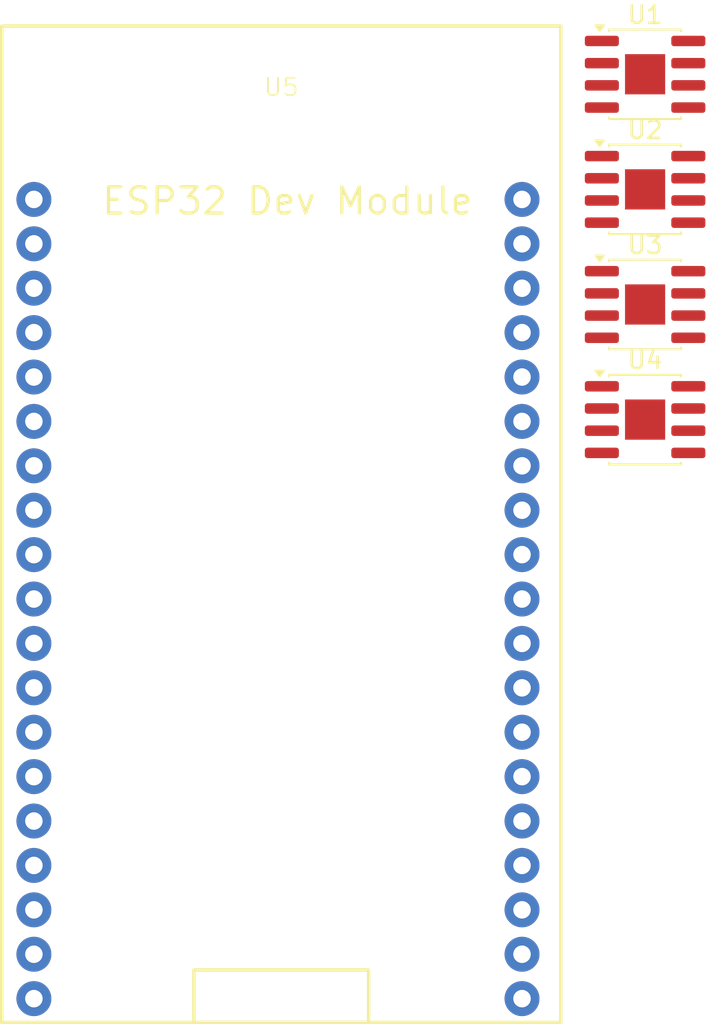
<source format=kicad_pcb>
(kicad_pcb (version 20241229) (generator "pcbnew") (generator_version "9.0")
  (layers (0 "F.Cu" signal) (2 "B.Cu" signal) (13 "F.Paste" user) (15 "B.Paste" user) (5 "F.SilkS" user "F.Silkscreen") (7 "B.SilkS" user "B.Silkscreen") (1 "F.Mask" user) (3 "B.Mask" user) (25 "Edge.Cuts" user))
  (net 0 "")
  (net 1 "Net-(U1-VREF)")
  (net 2 "Net-(J1-Pin_1)")
  (net 3 "Net-(U1-VM)")
  (net 4 "GND")
  (net 5 "INA1")
  (net 6 "Net-(J5-Pin_2)")
  (net 7 "INA2")
  (net 8 "Net-(J1-Pin_2)")
  (net 9 "INB2")
  (net 10 "Net-(J2-Pin_1)")
  (net 11 "INB1")
  (net 12 "Net-(J2-Pin_2)")
  (net 13 "INC2")
  (net 14 "INC1")
  (net 15 "Net-(J3-Pin_1)")
  (net 16 "Net-(J3-Pin_2)")
  (net 17 "IND2")
  (net 18 "Net-(J4-Pin_2)")
  (net 19 "Net-(J4-Pin_1)")
  (net 20 "IND1")
  (footprint "ESP32_devModule:ESP32_devModule" (layer "F.Cu") (at 124.56 93.012)
    (property "Reference" "U5" (at -0.08 -29.28 0) (layer "F.SilkS") (effects (font (thickness 0.1))))
    (property "Value" "~")
    (fp_poly (pts (xy -16.08 -32.78) (xy -16.08 24.22) (xy 15.92 24.22) (xy 15.92 -32.78)) (stroke (width 0.2)) (fill no) (layer "F.SilkS"))
    (fp_poly (pts (xy 4.92 24.22) (xy 4.92 21.22) (xy -5.08 21.22) (xy -5.08 24.22)) (stroke (width 0.2)) (fill no) (layer "F.SilkS"))
    (fp_text user "ESP32 Dev Module" (at -10.45 -21.89 0) (layer "F.SilkS") (effects (font (size 1.5 1.5) (thickness 0.1875)) (justify left bottom)))
    (pad "1" thru_hole circle (at -14.24 -22.86) (size 2 2) (drill 1) (layers "*.Cu" "*.Mask"))
    (pad "2" thru_hole circle (at -14.24 -20.32) (size 2 2) (drill 1) (layers "*.Cu" "*.Mask"))
    (pad "3" thru_hole circle (at -14.24 -17.78) (size 2 2) (drill 1) (layers "*.Cu" "*.Mask"))
    (pad "4" thru_hole circle (at -14.24 -15.24) (size 2 2) (drill 1) (layers "*.Cu" "*.Mask"))
    (pad "5" thru_hole circle (at -14.24 -12.7) (size 2 2) (drill 1) (layers "*.Cu" "*.Mask"))
    (pad "6" thru_hole circle (at -14.24 -10.16) (size 2 2) (drill 1) (layers "*.Cu" "*.Mask"))
    (pad "7" thru_hole circle (at -14.24 -7.62) (size 2 2) (drill 1) (layers "*.Cu" "*.Mask") (net 9 "INB2"))
    (pad "8" thru_hole circle (at -14.24 -5.08) (size 2 2) (drill 1) (layers "*.Cu" "*.Mask") (net 11 "INB1"))
    (pad "9" thru_hole circle (at -14.24 -2.54) (size 2 2) (drill 1) (layers "*.Cu" "*.Mask") (net 13 "INC2"))
    (pad "10" thru_hole circle (at -14.24 0) (size 2 2) (drill 1) (layers "*.Cu" "*.Mask") (net 14 "INC1"))
    (pad "11" thru_hole circle (at -14.24 2.54) (size 2 2) (drill 1) (layers "*.Cu" "*.Mask") (net 17 "IND2"))
    (pad "12" thru_hole circle (at -14.24 5.08) (size 2 2) (drill 1) (layers "*.Cu" "*.Mask"))
    (pad "13" thru_hole circle (at -14.24 7.62) (size 2 2) (drill 1) (layers "*.Cu" "*.Mask"))
    (pad "14" thru_hole circle (at -14.24 10.16) (size 2 2) (drill 1) (layers "*.Cu" "*.Mask"))
    (pad "15" thru_hole circle (at -14.24 12.7) (size 2 2) (drill 1) (layers "*.Cu" "*.Mask") (net 20 "IND1"))
    (pad "16" thru_hole circle (at -14.24 15.24) (size 2 2) (drill 1) (layers "*.Cu" "*.Mask"))
    (pad "17" thru_hole circle (at -14.24 17.78) (size 2 2) (drill 1) (layers "*.Cu" "*.Mask"))
    (pad "18" thru_hole circle (at -14.24 20.32) (size 2 2) (drill 1) (layers "*.Cu" "*.Mask"))
    (pad "19" thru_hole circle (at -14.24 22.86) (size 2 2) (drill 1) (layers "*.Cu" "*.Mask"))
    (pad "20" thru_hole circle (at 13.7 22.86) (size 2 2) (drill 1) (layers "*.Cu" "*.Mask"))
    (pad "21" thru_hole circle (at 13.7 20.32) (size 2 2) (drill 1) (layers "*.Cu" "*.Mask"))
    (pad "22" thru_hole circle (at 13.7 17.78) (size 2 2) (drill 1) (layers "*.Cu" "*.Mask"))
    (pad "23" thru_hole circle (at 13.7 15.24) (size 2 2) (drill 1) (layers "*.Cu" "*.Mask"))
    (pad "24" thru_hole circle (at 13.7 12.7) (size 2 2) (drill 1) (layers "*.Cu" "*.Mask"))
    (pad "25" thru_hole circle (at 13.7 10.16) (size 2 2) (drill 1) (layers "*.Cu" "*.Mask"))
    (pad "26" thru_hole circle (at 13.7 7.62) (size 2 2) (drill 1) (layers "*.Cu" "*.Mask"))
    (pad "27" thru_hole circle (at 13.7 5.08) (size 2 2) (drill 1) (layers "*.Cu" "*.Mask"))
    (pad "28" thru_hole circle (at 13.7 2.54) (size 2 2) (drill 1) (layers "*.Cu" "*.Mask"))
    (pad "29" thru_hole circle (at 13.7 0) (size 2 2) (drill 1) (layers "*.Cu" "*.Mask"))
    (pad "30" thru_hole circle (at 13.7 -2.54) (size 2 2) (drill 1) (layers "*.Cu" "*.Mask") (net 7 "INA2"))
    (pad "31" thru_hole circle (at 13.7 -5.08) (size 2 2) (drill 1) (layers "*.Cu" "*.Mask") (net 5 "INA1"))
    (pad "32" thru_hole circle (at 13.7 -7.62) (size 2 2) (drill 1) (layers "*.Cu" "*.Mask"))
    (pad "33" thru_hole circle (at 13.7 -10.16) (size 2 2) (drill 1) (layers "*.Cu" "*.Mask"))
    (pad "34" thru_hole circle (at 13.7 -12.7) (size 2 2) (drill 1) (layers "*.Cu" "*.Mask"))
    (pad "35" thru_hole circle (at 13.7 -15.24) (size 2 2) (drill 1) (layers "*.Cu" "*.Mask"))
    (pad "36" thru_hole circle (at 13.7 -17.78) (size 2 2) (drill 1) (layers "*.Cu" "*.Mask"))
    (pad "37" thru_hole circle (at 13.7 -20.32) (size 2 2) (drill 1) (layers "*.Cu" "*.Mask"))
    (pad "38" thru_hole circle (at 13.7 -22.86) (size 2 2) (drill 1) (layers "*.Cu" "*.Mask"))
  )
  (footprint "Package_SO:HSOP-8-1EP_3.9x4.9mm_P1.27mm_EP2.3x2.3mm" (layer "F.Cu") (at 145.305 82.747)
    (property "Reference" "U4" (at 0 -3.4 0) (layer "F.SilkS"))
    (property "Value" "~")
    (fp_line (start -2.06 -2.56) (end 2.06 -2.56) (stroke (width 0.12)) (layer "F.SilkS"))
    (fp_line (start -2.06 -2.465) (end -2.06 -2.56) (stroke (width 0.12)) (layer "F.SilkS"))
    (fp_line (start -2.06 2.56) (end -2.06 2.465) (stroke (width 0.12)) (layer "F.SilkS"))
    (fp_line (start 2.06 -2.56) (end 2.06 -2.465) (stroke (width 0.12)) (layer "F.SilkS"))
    (fp_line (start 2.06 2.465) (end 2.06 2.56) (stroke (width 0.12)) (layer "F.SilkS"))
    (fp_line (start 2.06 2.56) (end -2.06 2.56) (stroke (width 0.12)) (layer "F.SilkS"))
    (fp_poly (pts (xy -2.6 -2.47) (xy -2.84 -2.8) (xy -2.36 -2.8)) (stroke (width 0.12)) (fill yes) (layer "F.SilkS"))
    (pad "1" smd roundrect (at -2.475 -1.905) (size 1.95 0.6) (layers "F.Cu" "F.Mask" "F.Paste") (net 4 "GND"))
    (pad "2" smd roundrect (at -2.475 -0.635) (size 1.95 0.6) (layers "F.Cu" "F.Mask" "F.Paste") (net 17 "IND2"))
    (pad "3" smd roundrect (at -2.475 0.635) (size 1.95 0.6) (layers "F.Cu" "F.Mask" "F.Paste") (net 20 "IND1"))
    (pad "4" smd roundrect (at -2.475 1.905) (size 1.95 0.6) (layers "F.Cu" "F.Mask" "F.Paste") (net 1 "Net-(U1-VREF)"))
    (pad "5" smd roundrect (at 2.475 1.905) (size 1.95 0.6) (layers "F.Cu" "F.Mask" "F.Paste") (net 3 "Net-(U1-VM)"))
    (pad "6" smd roundrect (at 2.475 0.635) (size 1.95 0.6) (layers "F.Cu" "F.Mask" "F.Paste") (net 19 "Net-(J4-Pin_1)"))
    (pad "7" smd roundrect (at 2.475 -0.635) (size 1.95 0.6) (layers "F.Cu" "F.Mask" "F.Paste") (net 6 "Net-(J5-Pin_2)"))
    (pad "8" smd roundrect (at 2.475 -1.905) (size 1.95 0.6) (layers "F.Cu" "F.Mask" "F.Paste") (net 18 "Net-(J4-Pin_2)"))
    (pad "9" smd rect (at 0 0) (size 2.3 2.3) (property pad_prop_heatsink) (layers "F.Cu" "F.Mask"))
  )
  (footprint "Package_SO:HSOP-8-1EP_3.9x4.9mm_P1.27mm_EP2.3x2.3mm" (layer "F.Cu") (at 145.305 69.577)
    (property "Reference" "U2" (at 0 -3.4 0) (layer "F.SilkS"))
    (property "Value" "~")
    (fp_line (start -2.06 -2.56) (end 2.06 -2.56) (stroke (width 0.12)) (layer "F.SilkS"))
    (fp_line (start -2.06 -2.465) (end -2.06 -2.56) (stroke (width 0.12)) (layer "F.SilkS"))
    (fp_line (start -2.06 2.56) (end -2.06 2.465) (stroke (width 0.12)) (layer "F.SilkS"))
    (fp_line (start 2.06 -2.56) (end 2.06 -2.465) (stroke (width 0.12)) (layer "F.SilkS"))
    (fp_line (start 2.06 2.465) (end 2.06 2.56) (stroke (width 0.12)) (layer "F.SilkS"))
    (fp_line (start 2.06 2.56) (end -2.06 2.56) (stroke (width 0.12)) (layer "F.SilkS"))
    (fp_poly (pts (xy -2.6 -2.47) (xy -2.84 -2.8) (xy -2.36 -2.8)) (stroke (width 0.12)) (fill yes) (layer "F.SilkS"))
    (pad "1" smd roundrect (at -2.475 -1.905) (size 1.95 0.6) (layers "F.Cu" "F.Mask" "F.Paste") (net 4 "GND"))
    (pad "2" smd roundrect (at -2.475 -0.635) (size 1.95 0.6) (layers "F.Cu" "F.Mask" "F.Paste") (net 9 "INB2"))
    (pad "3" smd roundrect (at -2.475 0.635) (size 1.95 0.6) (layers "F.Cu" "F.Mask" "F.Paste") (net 11 "INB1"))
    (pad "4" smd roundrect (at -2.475 1.905) (size 1.95 0.6) (layers "F.Cu" "F.Mask" "F.Paste") (net 1 "Net-(U1-VREF)"))
    (pad "5" smd roundrect (at 2.475 1.905) (size 1.95 0.6) (layers "F.Cu" "F.Mask" "F.Paste") (net 3 "Net-(U1-VM)"))
    (pad "6" smd roundrect (at 2.475 0.635) (size 1.95 0.6) (layers "F.Cu" "F.Mask" "F.Paste") (net 10 "Net-(J2-Pin_1)"))
    (pad "7" smd roundrect (at 2.475 -0.635) (size 1.95 0.6) (layers "F.Cu" "F.Mask" "F.Paste") (net 6 "Net-(J5-Pin_2)"))
    (pad "8" smd roundrect (at 2.475 -1.905) (size 1.95 0.6) (layers "F.Cu" "F.Mask" "F.Paste") (net 12 "Net-(J2-Pin_2)"))
    (pad "9" smd rect (at 0 0) (size 2.3 2.3) (property pad_prop_heatsink) (layers "F.Cu" "F.Mask"))
  )
  (footprint "Package_SO:HSOP-8-1EP_3.9x4.9mm_P1.27mm_EP2.3x2.3mm" (layer "F.Cu") (at 145.305 62.992)
    (property "Reference" "U1" (at 0 -3.4 0) (layer "F.SilkS"))
    (property "Value" "~")
    (fp_line (start -2.06 -2.56) (end 2.06 -2.56) (stroke (width 0.12)) (layer "F.SilkS"))
    (fp_line (start -2.06 -2.465) (end -2.06 -2.56) (stroke (width 0.12)) (layer "F.SilkS"))
    (fp_line (start -2.06 2.56) (end -2.06 2.465) (stroke (width 0.12)) (layer "F.SilkS"))
    (fp_line (start 2.06 -2.56) (end 2.06 -2.465) (stroke (width 0.12)) (layer "F.SilkS"))
    (fp_line (start 2.06 2.465) (end 2.06 2.56) (stroke (width 0.12)) (layer "F.SilkS"))
    (fp_line (start 2.06 2.56) (end -2.06 2.56) (stroke (width 0.12)) (layer "F.SilkS"))
    (fp_poly (pts (xy -2.6 -2.47) (xy -2.84 -2.8) (xy -2.36 -2.8)) (stroke (width 0.12)) (fill yes) (layer "F.SilkS"))
    (pad "1" smd roundrect (at -2.475 -1.905) (size 1.95 0.6) (layers "F.Cu" "F.Mask" "F.Paste") (net 4 "GND"))
    (pad "2" smd roundrect (at -2.475 -0.635) (size 1.95 0.6) (layers "F.Cu" "F.Mask" "F.Paste") (net 7 "INA2"))
    (pad "3" smd roundrect (at -2.475 0.635) (size 1.95 0.6) (layers "F.Cu" "F.Mask" "F.Paste") (net 5 "INA1"))
    (pad "4" smd roundrect (at -2.475 1.905) (size 1.95 0.6) (layers "F.Cu" "F.Mask" "F.Paste") (net 1 "Net-(U1-VREF)"))
    (pad "5" smd roundrect (at 2.475 1.905) (size 1.95 0.6) (layers "F.Cu" "F.Mask" "F.Paste") (net 3 "Net-(U1-VM)"))
    (pad "6" smd roundrect (at 2.475 0.635) (size 1.95 0.6) (layers "F.Cu" "F.Mask" "F.Paste") (net 2 "Net-(J1-Pin_1)"))
    (pad "7" smd roundrect (at 2.475 -0.635) (size 1.95 0.6) (layers "F.Cu" "F.Mask" "F.Paste") (net 6 "Net-(J5-Pin_2)"))
    (pad "8" smd roundrect (at 2.475 -1.905) (size 1.95 0.6) (layers "F.Cu" "F.Mask" "F.Paste") (net 8 "Net-(J1-Pin_2)"))
    (pad "9" smd rect (at 0 0) (size 2.3 2.3) (property pad_prop_heatsink) (layers "F.Cu" "F.Mask"))
  )
  (footprint "Package_SO:HSOP-8-1EP_3.9x4.9mm_P1.27mm_EP2.3x2.3mm" (layer "F.Cu") (at 145.305 76.162)
    (property "Reference" "U3" (at 0 -3.4 0) (layer "F.SilkS"))
    (property "Value" "~")
    (fp_line (start -2.06 -2.56) (end 2.06 -2.56) (stroke (width 0.12)) (layer "F.SilkS"))
    (fp_line (start -2.06 -2.465) (end -2.06 -2.56) (stroke (width 0.12)) (layer "F.SilkS"))
    (fp_line (start -2.06 2.56) (end -2.06 2.465) (stroke (width 0.12)) (layer "F.SilkS"))
    (fp_line (start 2.06 -2.56) (end 2.06 -2.465) (stroke (width 0.12)) (layer "F.SilkS"))
    (fp_line (start 2.06 2.465) (end 2.06 2.56) (stroke (width 0.12)) (layer "F.SilkS"))
    (fp_line (start 2.06 2.56) (end -2.06 2.56) (stroke (width 0.12)) (layer "F.SilkS"))
    (fp_poly (pts (xy -2.6 -2.47) (xy -2.84 -2.8) (xy -2.36 -2.8)) (stroke (width 0.12)) (fill yes) (layer "F.SilkS"))
    (pad "1" smd roundrect (at -2.475 -1.905) (size 1.95 0.6) (layers "F.Cu" "F.Mask" "F.Paste") (net 4 "GND"))
    (pad "2" smd roundrect (at -2.475 -0.635) (size 1.95 0.6) (layers "F.Cu" "F.Mask" "F.Paste") (net 13 "INC2"))
    (pad "3" smd roundrect (at -2.475 0.635) (size 1.95 0.6) (layers "F.Cu" "F.Mask" "F.Paste") (net 14 "INC1"))
    (pad "4" smd roundrect (at -2.475 1.905) (size 1.95 0.6) (layers "F.Cu" "F.Mask" "F.Paste") (net 1 "Net-(U1-VREF)"))
    (pad "5" smd roundrect (at 2.475 1.905) (size 1.95 0.6) (layers "F.Cu" "F.Mask" "F.Paste") (net 3 "Net-(U1-VM)"))
    (pad "6" smd roundrect (at 2.475 0.635) (size 1.95 0.6) (layers "F.Cu" "F.Mask" "F.Paste") (net 15 "Net-(J3-Pin_1)"))
    (pad "7" smd roundrect (at 2.475 -0.635) (size 1.95 0.6) (layers "F.Cu" "F.Mask" "F.Paste") (net 6 "Net-(J5-Pin_2)"))
    (pad "8" smd roundrect (at 2.475 -1.905) (size 1.95 0.6) (layers "F.Cu" "F.Mask" "F.Paste") (net 16 "Net-(J3-Pin_2)"))
    (pad "9" smd rect (at 0 0) (size 2.3 2.3) (property pad_prop_heatsink) (layers "F.Cu" "F.Mask"))
  )
)
</source>
